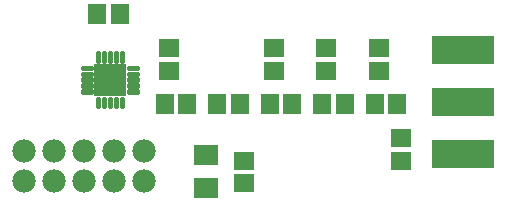
<source format=gts>
G75*
%MOIN*%
%OFA0B0*%
%FSLAX25Y25*%
%IPPOS*%
%LPD*%
%AMOC8*
5,1,8,0,0,1.08239X$1,22.5*
%
%ADD10R,0.05918X0.06706*%
%ADD11R,0.07887X0.07099*%
%ADD12R,0.06706X0.05918*%
%ADD13C,0.07800*%
%ADD14C,0.00985*%
%ADD15R,0.11036X0.11036*%
%ADD16R,0.20800X0.09800*%
D10*
X0065260Y0070502D03*
X0072740Y0070502D03*
X0082760Y0070502D03*
X0090240Y0070502D03*
X0100260Y0070502D03*
X0107740Y0070502D03*
X0117760Y0070502D03*
X0125240Y0070502D03*
X0135260Y0070502D03*
X0142740Y0070502D03*
X0050240Y0100502D03*
X0042760Y0100502D03*
D11*
X0079000Y0053514D03*
X0079000Y0042490D03*
D12*
X0091500Y0044262D03*
X0091500Y0051742D03*
X0101500Y0081762D03*
X0101500Y0089242D03*
X0119000Y0089242D03*
X0119000Y0081762D03*
X0136500Y0081762D03*
X0136500Y0089242D03*
X0144000Y0059242D03*
X0144000Y0051762D03*
X0066500Y0081762D03*
X0066500Y0089242D03*
D13*
X0018193Y0045000D03*
X0028193Y0045000D03*
X0038193Y0045000D03*
X0048193Y0045000D03*
X0058193Y0045000D03*
X0058193Y0055000D03*
X0048193Y0055000D03*
X0038193Y0055000D03*
X0028193Y0055000D03*
X0018193Y0055000D03*
D14*
X0042586Y0072693D02*
X0043426Y0072693D01*
X0043426Y0069571D01*
X0042586Y0069571D01*
X0042586Y0072693D01*
X0042586Y0070555D02*
X0043426Y0070555D01*
X0043426Y0071539D02*
X0042586Y0071539D01*
X0042586Y0072523D02*
X0043426Y0072523D01*
X0044554Y0072693D02*
X0045394Y0072693D01*
X0045394Y0069571D01*
X0044554Y0069571D01*
X0044554Y0072693D01*
X0044554Y0070555D02*
X0045394Y0070555D01*
X0045394Y0071539D02*
X0044554Y0071539D01*
X0044554Y0072523D02*
X0045394Y0072523D01*
X0046523Y0072693D02*
X0047363Y0072693D01*
X0047363Y0069571D01*
X0046523Y0069571D01*
X0046523Y0072693D01*
X0046523Y0070555D02*
X0047363Y0070555D01*
X0047363Y0071539D02*
X0046523Y0071539D01*
X0046523Y0072523D02*
X0047363Y0072523D01*
X0048491Y0072693D02*
X0049331Y0072693D01*
X0049331Y0069571D01*
X0048491Y0069571D01*
X0048491Y0072693D01*
X0048491Y0070555D02*
X0049331Y0070555D01*
X0049331Y0071539D02*
X0048491Y0071539D01*
X0048491Y0072523D02*
X0049331Y0072523D01*
X0050460Y0072693D02*
X0051300Y0072693D01*
X0051300Y0069571D01*
X0050460Y0069571D01*
X0050460Y0072693D01*
X0050460Y0070555D02*
X0051300Y0070555D01*
X0051300Y0071539D02*
X0050460Y0071539D01*
X0050460Y0072523D02*
X0051300Y0072523D01*
X0053000Y0074393D02*
X0053000Y0075233D01*
X0056122Y0075233D01*
X0056122Y0074393D01*
X0053000Y0074393D01*
X0053000Y0076361D02*
X0053000Y0077201D01*
X0056122Y0077201D01*
X0056122Y0076361D01*
X0053000Y0076361D01*
X0053000Y0078330D02*
X0053000Y0079170D01*
X0056122Y0079170D01*
X0056122Y0078330D01*
X0053000Y0078330D01*
X0053000Y0080299D02*
X0053000Y0081139D01*
X0056122Y0081139D01*
X0056122Y0080299D01*
X0053000Y0080299D01*
X0053000Y0082267D02*
X0053000Y0083107D01*
X0056122Y0083107D01*
X0056122Y0082267D01*
X0053000Y0082267D01*
X0051300Y0084807D02*
X0050460Y0084807D01*
X0050460Y0087929D01*
X0051300Y0087929D01*
X0051300Y0084807D01*
X0051300Y0085791D02*
X0050460Y0085791D01*
X0050460Y0086775D02*
X0051300Y0086775D01*
X0051300Y0087759D02*
X0050460Y0087759D01*
X0049331Y0084807D02*
X0048491Y0084807D01*
X0048491Y0087929D01*
X0049331Y0087929D01*
X0049331Y0084807D01*
X0049331Y0085791D02*
X0048491Y0085791D01*
X0048491Y0086775D02*
X0049331Y0086775D01*
X0049331Y0087759D02*
X0048491Y0087759D01*
X0047363Y0084807D02*
X0046523Y0084807D01*
X0046523Y0087929D01*
X0047363Y0087929D01*
X0047363Y0084807D01*
X0047363Y0085791D02*
X0046523Y0085791D01*
X0046523Y0086775D02*
X0047363Y0086775D01*
X0047363Y0087759D02*
X0046523Y0087759D01*
X0045394Y0084807D02*
X0044554Y0084807D01*
X0044554Y0087929D01*
X0045394Y0087929D01*
X0045394Y0084807D01*
X0045394Y0085791D02*
X0044554Y0085791D01*
X0044554Y0086775D02*
X0045394Y0086775D01*
X0045394Y0087759D02*
X0044554Y0087759D01*
X0043426Y0084807D02*
X0042586Y0084807D01*
X0042586Y0087929D01*
X0043426Y0087929D01*
X0043426Y0084807D01*
X0043426Y0085791D02*
X0042586Y0085791D01*
X0042586Y0086775D02*
X0043426Y0086775D01*
X0043426Y0087759D02*
X0042586Y0087759D01*
X0040886Y0083107D02*
X0040886Y0082267D01*
X0037764Y0082267D01*
X0037764Y0083107D01*
X0040886Y0083107D01*
X0040886Y0081139D02*
X0040886Y0080299D01*
X0037764Y0080299D01*
X0037764Y0081139D01*
X0040886Y0081139D01*
X0040886Y0079170D02*
X0040886Y0078330D01*
X0037764Y0078330D01*
X0037764Y0079170D01*
X0040886Y0079170D01*
X0040886Y0077201D02*
X0040886Y0076361D01*
X0037764Y0076361D01*
X0037764Y0077201D01*
X0040886Y0077201D01*
X0040886Y0075233D02*
X0040886Y0074393D01*
X0037764Y0074393D01*
X0037764Y0075233D01*
X0040886Y0075233D01*
D15*
X0046943Y0078750D03*
D16*
X0164628Y0071250D03*
X0164628Y0088650D03*
X0164628Y0053850D03*
M02*

</source>
